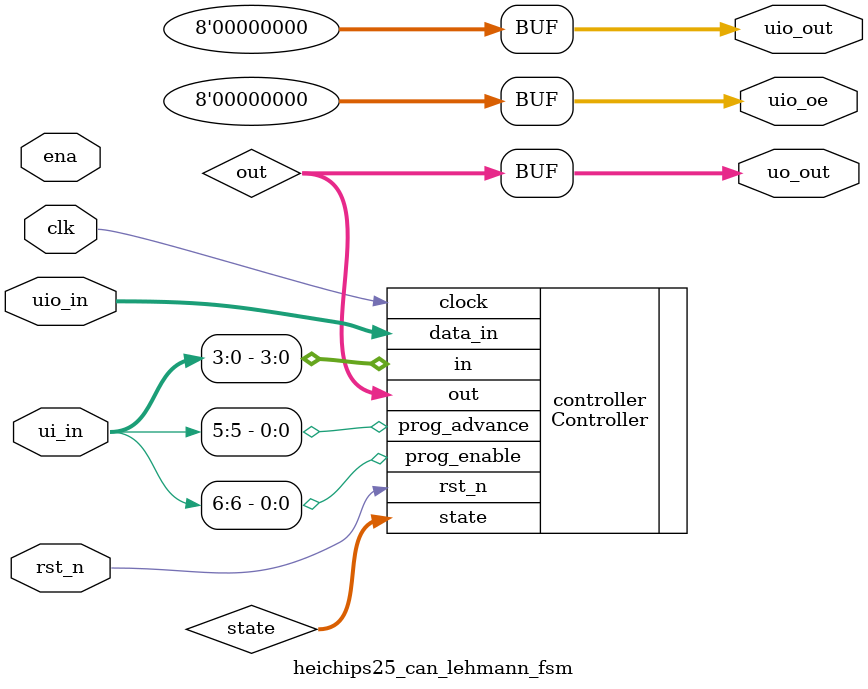
<source format=sv>


`default_nettype none

module heichips25_can_lehmann_fsm (
    input  wire [7:0] ui_in,    // Dedicated inputs
    output wire [7:0] uo_out,   // Dedicated outputs
    input  wire [7:0] uio_in,   // IOs: Input path
    output wire [7:0] uio_out,  // IOs: Output path
    output wire [7:0] uio_oe,   // IOs: Enable path (active high: 0=input, 1=output)
    input  wire       ena,      // always 1 when the design is powered, so you can ignore it
    input  wire       clk,      // clock
    input  wire       rst_n     // reset_n - low to reset
);

    localparam STATE_COUNT = 8;
    localparam STATE_WIDTH = $clog2(STATE_COUNT);

    wire [STATE_WIDTH - 1:0] state;
    wire [7:0] out;

    Controller #(
        .STATE_COUNT(STATE_COUNT)
    ) controller (
        .clock(clk),
        .rst_n(rst_n),
        .prog_enable(ui_in[6]),
        .prog_advance(ui_in[5]),
        .in(ui_in[3:0]),
        .data_in(uio_in[7:0]),
        .state(state),
        .out(out)
    );

    assign uo_out = out;

    assign uio_oe = 0; // All IOs are inputs in this example
    assign uio_out = 0; // Not driving any outputs
    
    wire _unused = &{ena, uio_in[7:0], ui_in[6:1], state};
endmodule

</source>
